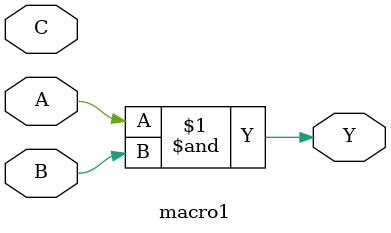
<source format=v>

`celldefine
module macro1( A, B, C, Y );
input A, B, C;
output Y;
reg notifier;

assign Y = A & B;

specify
    (A => Y) = (0.0, 0.0);
    (B => Y) = (0.0, 0.0);
    (C => Y) = (0.0, 0.0);

	$setuphold(negedge A, negedge B, 0.0, 0.0, notifier);
	$setuphold(posedge A, posedge B, 0.0, 0.0, notifier);
	$setuphold(posedge A, posedge C, 0.0, 0.0, notifier);
	$setuphold(negedge C, negedge A, 0.0, 0.0, notifier);

endspecify

endmodule
`endcelldefine

</source>
